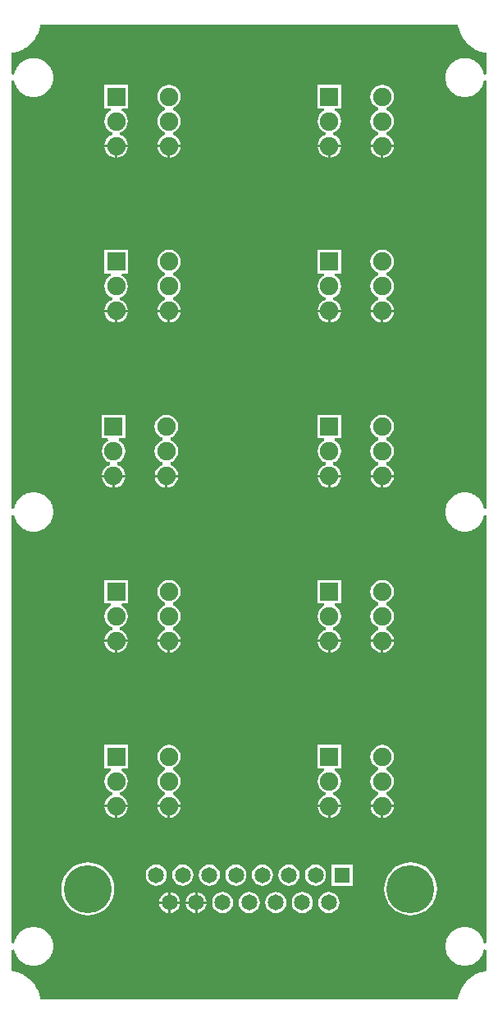
<source format=gtl>
G04*
G04 #@! TF.GenerationSoftware,Altium Limited,Altium Designer,25.6.2 (33)*
G04*
G04 Layer_Physical_Order=1*
G04 Layer_Color=255*
%FSLAX44Y44*%
%MOMM*%
G71*
G04*
G04 #@! TF.SameCoordinates,2946A9A4-FF45-4ECA-B3A8-7F3B2984B9D4*
G04*
G04*
G04 #@! TF.FilePolarity,Positive*
G04*
G01*
G75*
%ADD15C,1.9000*%
%ADD16R,1.9000X1.9000*%
%ADD17R,1.6500X1.6500*%
%ADD18C,1.6500*%
%ADD19C,4.9500*%
G36*
X465522Y1008482D02*
X465630Y1008163D01*
X465652Y1007828D01*
X466668Y1004037D01*
X466817Y1003736D01*
X466882Y1003406D01*
X468384Y999781D01*
X468571Y999501D01*
X468679Y999182D01*
X470641Y995784D01*
X470863Y995531D01*
X471012Y995229D01*
X473400Y992116D01*
X473653Y991895D01*
X473840Y991615D01*
X476615Y988840D01*
X476894Y988653D01*
X477116Y988400D01*
X480229Y986012D01*
X480531Y985863D01*
X480784Y985641D01*
X484182Y983679D01*
X484501Y983571D01*
X484781Y983384D01*
X488406Y981882D01*
X488736Y981817D01*
X489037Y981668D01*
X492828Y980652D01*
X493163Y980630D01*
X493482Y980522D01*
X494902Y980335D01*
Y958415D01*
X492362Y958165D01*
X491924Y960370D01*
X491731Y960834D01*
X491633Y961326D01*
X490503Y964056D01*
X490224Y964474D01*
X490032Y964937D01*
X488390Y967394D01*
X488035Y967749D01*
X487756Y968167D01*
X485667Y970256D01*
X485249Y970535D01*
X484894Y970890D01*
X482437Y972532D01*
X481974Y972724D01*
X481556Y973003D01*
X478826Y974134D01*
X478334Y974231D01*
X477870Y974424D01*
X474972Y975000D01*
X474470D01*
X473977Y975098D01*
X471023D01*
X470530Y975000D01*
X470028D01*
X467130Y974424D01*
X466666Y974231D01*
X466174Y974134D01*
X463444Y973003D01*
X463027Y972724D01*
X462563Y972532D01*
X460106Y970890D01*
X459751Y970535D01*
X459333Y970256D01*
X457244Y968167D01*
X456965Y967749D01*
X456610Y967394D01*
X454968Y964937D01*
X454776Y964474D01*
X454497Y964056D01*
X453367Y961326D01*
X453269Y960834D01*
X453077Y960370D01*
X452500Y957472D01*
Y956970D01*
X452402Y956477D01*
Y953523D01*
X452500Y953030D01*
Y952528D01*
X453077Y949630D01*
X453269Y949166D01*
X453367Y948674D01*
X454497Y945944D01*
X454776Y945527D01*
X454968Y945063D01*
X456610Y942606D01*
X456965Y942251D01*
X457244Y941833D01*
X459333Y939744D01*
X459751Y939465D01*
X460106Y939110D01*
X462563Y937468D01*
X463027Y937276D01*
X463444Y936997D01*
X466174Y935867D01*
X466666Y935769D01*
X467130Y935576D01*
X470028Y935000D01*
X470530D01*
X471023Y934902D01*
X473977D01*
X474470Y935000D01*
X474972D01*
X477870Y935576D01*
X478334Y935769D01*
X478826Y935867D01*
X481556Y936997D01*
X481974Y937276D01*
X482437Y937468D01*
X484894Y939110D01*
X485249Y939465D01*
X485667Y939744D01*
X487756Y941833D01*
X488035Y942251D01*
X488390Y942606D01*
X490032Y945063D01*
X490224Y945527D01*
X490503Y945944D01*
X491633Y948674D01*
X491731Y949166D01*
X491924Y949630D01*
X492362Y951835D01*
X494902Y951585D01*
X494902Y510915D01*
X492362Y510665D01*
X491924Y512870D01*
X491731Y513334D01*
X491633Y513826D01*
X490503Y516556D01*
X490224Y516973D01*
X490032Y517437D01*
X488390Y519894D01*
X488035Y520249D01*
X487756Y520667D01*
X485667Y522756D01*
X485249Y523035D01*
X484894Y523390D01*
X482437Y525032D01*
X481974Y525224D01*
X481556Y525503D01*
X478826Y526633D01*
X478334Y526731D01*
X477870Y526923D01*
X474972Y527500D01*
X474470D01*
X473977Y527598D01*
X471023D01*
X470530Y527500D01*
X470028D01*
X467130Y526923D01*
X466666Y526731D01*
X466174Y526633D01*
X463444Y525503D01*
X463027Y525224D01*
X462563Y525032D01*
X460106Y523390D01*
X459751Y523035D01*
X459333Y522756D01*
X457244Y520667D01*
X456965Y520249D01*
X456610Y519894D01*
X454968Y517437D01*
X454776Y516973D01*
X454497Y516556D01*
X453367Y513826D01*
X453269Y513334D01*
X453077Y512870D01*
X452500Y509972D01*
Y509470D01*
X452402Y508977D01*
Y506023D01*
X452500Y505530D01*
Y505028D01*
X453077Y502130D01*
X453269Y501666D01*
X453367Y501174D01*
X454497Y498444D01*
X454776Y498026D01*
X454968Y497563D01*
X456610Y495106D01*
X456965Y494751D01*
X457244Y494333D01*
X459333Y492244D01*
X459751Y491965D01*
X460106Y491610D01*
X462563Y489968D01*
X463027Y489776D01*
X463444Y489497D01*
X466174Y488367D01*
X466666Y488269D01*
X467130Y488076D01*
X470028Y487500D01*
X470530D01*
X471023Y487402D01*
X473977D01*
X474470Y487500D01*
X474972D01*
X477870Y488076D01*
X478334Y488269D01*
X478826Y488367D01*
X481556Y489497D01*
X481974Y489776D01*
X482437Y489968D01*
X484894Y491610D01*
X485249Y491965D01*
X485667Y492244D01*
X487756Y494333D01*
X488035Y494751D01*
X488390Y495106D01*
X490032Y497563D01*
X490224Y498026D01*
X490503Y498444D01*
X491633Y501174D01*
X491731Y501666D01*
X491924Y502130D01*
X492362Y504335D01*
X494902Y504085D01*
X494902Y63415D01*
X492362Y63165D01*
X491924Y65370D01*
X491731Y65834D01*
X491633Y66326D01*
X490503Y69056D01*
X490224Y69474D01*
X490032Y69937D01*
X488390Y72394D01*
X488035Y72749D01*
X487756Y73167D01*
X485667Y75256D01*
X485249Y75535D01*
X484894Y75890D01*
X482437Y77532D01*
X481974Y77724D01*
X481556Y78003D01*
X478826Y79133D01*
X478334Y79231D01*
X477870Y79423D01*
X474972Y80000D01*
X474470D01*
X473977Y80098D01*
X471023D01*
X470530Y80000D01*
X470028D01*
X467130Y79423D01*
X466666Y79231D01*
X466174Y79133D01*
X463444Y78003D01*
X463027Y77724D01*
X462563Y77532D01*
X460106Y75890D01*
X459751Y75535D01*
X459333Y75256D01*
X457244Y73167D01*
X456965Y72749D01*
X456610Y72394D01*
X454968Y69937D01*
X454776Y69474D01*
X454497Y69056D01*
X453367Y66326D01*
X453269Y65834D01*
X453077Y65370D01*
X452500Y62472D01*
Y61970D01*
X452402Y61477D01*
Y58523D01*
X452500Y58030D01*
Y57528D01*
X453077Y54630D01*
X453269Y54166D01*
X453367Y53674D01*
X454497Y50944D01*
X454776Y50526D01*
X454968Y50063D01*
X456610Y47606D01*
X456965Y47251D01*
X457244Y46833D01*
X459333Y44744D01*
X459751Y44465D01*
X460106Y44110D01*
X462563Y42468D01*
X463027Y42276D01*
X463444Y41997D01*
X466174Y40866D01*
X466666Y40769D01*
X467130Y40576D01*
X470028Y40000D01*
X470530D01*
X471023Y39902D01*
X473977D01*
X474470Y40000D01*
X474972D01*
X477870Y40576D01*
X478334Y40769D01*
X478826Y40866D01*
X481556Y41997D01*
X481974Y42276D01*
X482437Y42468D01*
X484894Y44110D01*
X485249Y44465D01*
X485667Y44744D01*
X487756Y46833D01*
X488035Y47251D01*
X488390Y47606D01*
X490032Y50063D01*
X490224Y50526D01*
X490503Y50944D01*
X491633Y53674D01*
X491731Y54166D01*
X491924Y54630D01*
X492362Y56835D01*
X494902Y56585D01*
Y34665D01*
X493482Y34478D01*
X493163Y34370D01*
X492828Y34348D01*
X489038Y33332D01*
X488736Y33183D01*
X488406Y33118D01*
X484781Y31616D01*
X484501Y31429D01*
X484182Y31321D01*
X480784Y29359D01*
X480531Y29137D01*
X480229Y28988D01*
X477116Y26600D01*
X476895Y26347D01*
X476615Y26160D01*
X473840Y23385D01*
X473653Y23105D01*
X473400Y22884D01*
X471012Y19770D01*
X470863Y19469D01*
X470641Y19216D01*
X468679Y15818D01*
X468571Y15499D01*
X468384Y15220D01*
X466882Y11594D01*
X466817Y11264D01*
X466668Y10963D01*
X465652Y7172D01*
X465630Y6837D01*
X465522Y6518D01*
X465335Y5098D01*
X34665D01*
X34478Y6518D01*
X34370Y6837D01*
X34348Y7172D01*
X33332Y10963D01*
X33183Y11264D01*
X33118Y11594D01*
X31616Y15220D01*
X31429Y15499D01*
X31321Y15818D01*
X29359Y19216D01*
X29137Y19469D01*
X28988Y19770D01*
X26600Y22884D01*
X26347Y23105D01*
X26160Y23385D01*
X23385Y26160D01*
X23105Y26347D01*
X22884Y26600D01*
X19770Y28988D01*
X19469Y29137D01*
X19216Y29359D01*
X15818Y31321D01*
X15499Y31429D01*
X15220Y31616D01*
X11594Y33118D01*
X11264Y33183D01*
X10963Y33332D01*
X7172Y34348D01*
X6837Y34370D01*
X6518Y34478D01*
X5098Y34665D01*
Y56585D01*
X7638Y56835D01*
X8076Y54630D01*
X8269Y54166D01*
X8367Y53674D01*
X9497Y50944D01*
X9776Y50526D01*
X9968Y50063D01*
X11610Y47606D01*
X11965Y47251D01*
X12244Y46833D01*
X14333Y44744D01*
X14751Y44465D01*
X15106Y44110D01*
X17563Y42468D01*
X18026Y42276D01*
X18444Y41997D01*
X21174Y40866D01*
X21666Y40769D01*
X22130Y40576D01*
X25028Y40000D01*
X25530D01*
X26023Y39902D01*
X28977D01*
X29470Y40000D01*
X29972D01*
X32870Y40576D01*
X33334Y40769D01*
X33826Y40866D01*
X36556Y41997D01*
X36974Y42276D01*
X37437Y42468D01*
X39894Y44110D01*
X40249Y44465D01*
X40667Y44744D01*
X42756Y46833D01*
X43035Y47251D01*
X43390Y47606D01*
X45032Y50063D01*
X45224Y50526D01*
X45503Y50944D01*
X46633Y53674D01*
X46731Y54166D01*
X46923Y54630D01*
X47500Y57528D01*
Y58030D01*
X47598Y58523D01*
Y61477D01*
X47500Y61970D01*
Y62472D01*
X46923Y65370D01*
X46731Y65834D01*
X46633Y66326D01*
X45503Y69056D01*
X45224Y69474D01*
X45032Y69937D01*
X43390Y72394D01*
X43035Y72749D01*
X42756Y73167D01*
X40667Y75256D01*
X40249Y75535D01*
X39894Y75890D01*
X37437Y77532D01*
X36974Y77724D01*
X36556Y78003D01*
X33826Y79133D01*
X33334Y79231D01*
X32870Y79423D01*
X29972Y80000D01*
X29470D01*
X28977Y80098D01*
X26023D01*
X25530Y80000D01*
X25028D01*
X22130Y79423D01*
X21666Y79231D01*
X21174Y79133D01*
X18444Y78003D01*
X18026Y77724D01*
X17563Y77532D01*
X15106Y75890D01*
X14751Y75535D01*
X14333Y75256D01*
X12244Y73167D01*
X11965Y72749D01*
X11610Y72394D01*
X9968Y69937D01*
X9776Y69474D01*
X9497Y69056D01*
X8367Y66326D01*
X8269Y65834D01*
X8076Y65370D01*
X7638Y63165D01*
X5098Y63415D01*
Y504085D01*
X7638Y504335D01*
X8076Y502130D01*
X8269Y501666D01*
X8367Y501174D01*
X9497Y498444D01*
X9776Y498026D01*
X9968Y497563D01*
X11610Y495106D01*
X11965Y494751D01*
X12244Y494333D01*
X14333Y492244D01*
X14751Y491965D01*
X15106Y491610D01*
X17563Y489968D01*
X18026Y489776D01*
X18444Y489497D01*
X21174Y488367D01*
X21666Y488269D01*
X22130Y488076D01*
X25028Y487500D01*
X25530D01*
X26023Y487402D01*
X28977D01*
X29470Y487500D01*
X29972D01*
X32870Y488076D01*
X33334Y488269D01*
X33826Y488367D01*
X36556Y489497D01*
X36974Y489776D01*
X37437Y489968D01*
X39894Y491610D01*
X40249Y491965D01*
X40667Y492244D01*
X42756Y494333D01*
X43035Y494751D01*
X43390Y495106D01*
X45032Y497563D01*
X45224Y498026D01*
X45503Y498444D01*
X46633Y501174D01*
X46731Y501666D01*
X46923Y502130D01*
X47500Y505028D01*
Y505530D01*
X47598Y506023D01*
Y508977D01*
X47500Y509470D01*
Y509972D01*
X46923Y512870D01*
X46731Y513334D01*
X46633Y513826D01*
X45503Y516556D01*
X45224Y516973D01*
X45032Y517437D01*
X43390Y519894D01*
X43035Y520249D01*
X42756Y520667D01*
X40667Y522756D01*
X40249Y523035D01*
X39894Y523390D01*
X37437Y525032D01*
X36974Y525224D01*
X36556Y525503D01*
X33826Y526633D01*
X33334Y526731D01*
X32870Y526923D01*
X29972Y527500D01*
X29470D01*
X28977Y527598D01*
X26023D01*
X25530Y527500D01*
X25028D01*
X22130Y526923D01*
X21666Y526731D01*
X21174Y526633D01*
X18444Y525503D01*
X18026Y525224D01*
X17563Y525032D01*
X15106Y523390D01*
X14751Y523035D01*
X14333Y522756D01*
X12244Y520667D01*
X11965Y520249D01*
X11610Y519894D01*
X9968Y517437D01*
X9776Y516973D01*
X9497Y516556D01*
X8367Y513826D01*
X8269Y513334D01*
X8076Y512870D01*
X7638Y510665D01*
X5098Y510915D01*
Y951585D01*
X7638Y951835D01*
X8076Y949630D01*
X8269Y949166D01*
X8367Y948674D01*
X9497Y945944D01*
X9776Y945527D01*
X9968Y945063D01*
X11610Y942606D01*
X11965Y942251D01*
X12244Y941833D01*
X14333Y939744D01*
X14751Y939465D01*
X15106Y939110D01*
X17563Y937468D01*
X18026Y937276D01*
X18444Y936997D01*
X21174Y935867D01*
X21666Y935769D01*
X22130Y935576D01*
X25028Y935000D01*
X25530D01*
X26023Y934902D01*
X28977D01*
X29470Y935000D01*
X29972D01*
X32870Y935576D01*
X33334Y935769D01*
X33826Y935867D01*
X36556Y936997D01*
X36974Y937276D01*
X37437Y937468D01*
X39894Y939110D01*
X40249Y939465D01*
X40667Y939744D01*
X42756Y941833D01*
X43035Y942251D01*
X43390Y942606D01*
X45032Y945063D01*
X45224Y945527D01*
X45503Y945944D01*
X46633Y948674D01*
X46731Y949166D01*
X46923Y949630D01*
X47500Y952528D01*
Y953030D01*
X47598Y953523D01*
Y956477D01*
X47500Y956970D01*
Y957472D01*
X46923Y960370D01*
X46731Y960834D01*
X46633Y961326D01*
X45503Y964056D01*
X45224Y964474D01*
X45032Y964937D01*
X43390Y967394D01*
X43035Y967749D01*
X42756Y968167D01*
X40667Y970256D01*
X40249Y970535D01*
X39894Y970890D01*
X37437Y972532D01*
X36974Y972724D01*
X36556Y973003D01*
X33826Y974134D01*
X33334Y974231D01*
X32870Y974424D01*
X29972Y975000D01*
X29470D01*
X28977Y975098D01*
X26023D01*
X25530Y975000D01*
X25028D01*
X22130Y974424D01*
X21666Y974231D01*
X21174Y974134D01*
X18444Y973003D01*
X18026Y972724D01*
X17563Y972532D01*
X15106Y970890D01*
X14751Y970535D01*
X14333Y970256D01*
X12244Y968167D01*
X11965Y967749D01*
X11610Y967394D01*
X9968Y964937D01*
X9776Y964474D01*
X9497Y964056D01*
X8367Y961326D01*
X8269Y960834D01*
X8076Y960370D01*
X7638Y958165D01*
X5098Y958415D01*
Y980335D01*
X6518Y980522D01*
X6837Y980630D01*
X7172Y980652D01*
X10963Y981668D01*
X11264Y981817D01*
X11594Y981882D01*
X15219Y983384D01*
X15499Y983571D01*
X15818Y983679D01*
X19216Y985641D01*
X19469Y985863D01*
X19770Y986012D01*
X22884Y988400D01*
X23105Y988653D01*
X23385Y988840D01*
X26160Y991615D01*
X26347Y991895D01*
X26600Y992116D01*
X28988Y995229D01*
X29137Y995531D01*
X29359Y995784D01*
X31321Y999182D01*
X31429Y999501D01*
X31616Y999781D01*
X33118Y1003406D01*
X33183Y1003736D01*
X33332Y1004037D01*
X34348Y1007828D01*
X34370Y1008163D01*
X34478Y1008482D01*
X34665Y1009902D01*
X465335D01*
X465522Y1008482D01*
D02*
G37*
%LPC*%
G36*
X387250Y947544D02*
X384107Y947130D01*
X381178Y945917D01*
X378663Y943987D01*
X376733Y941472D01*
X375520Y938543D01*
X375106Y935400D01*
X375520Y932257D01*
X376733Y929328D01*
X378663Y926813D01*
X381178Y924883D01*
X383130Y924075D01*
Y921325D01*
X381178Y920517D01*
X378663Y918587D01*
X376733Y916072D01*
X375520Y913143D01*
X375106Y910000D01*
X375520Y906857D01*
X376733Y903928D01*
X378663Y901413D01*
X381178Y899483D01*
X383130Y898675D01*
Y895925D01*
X381178Y895117D01*
X378663Y893187D01*
X376733Y890672D01*
X375520Y887743D01*
X375273Y885870D01*
X399227D01*
X398980Y887743D01*
X397767Y890672D01*
X395837Y893187D01*
X393322Y895117D01*
X391370Y895925D01*
Y898675D01*
X393322Y899483D01*
X395837Y901413D01*
X397767Y903928D01*
X398980Y906857D01*
X399394Y910000D01*
X398980Y913143D01*
X397767Y916072D01*
X395837Y918587D01*
X393322Y920517D01*
X391370Y921325D01*
Y924075D01*
X393322Y924883D01*
X395837Y926813D01*
X397767Y929328D01*
X398980Y932257D01*
X399394Y935400D01*
X398980Y938543D01*
X397767Y941472D01*
X395837Y943987D01*
X393322Y945917D01*
X390393Y947130D01*
X387250Y947544D01*
D02*
G37*
G36*
X344790Y947440D02*
X320710D01*
Y923360D01*
X326905D01*
X327410Y920820D01*
X326678Y920517D01*
X324163Y918587D01*
X322233Y916072D01*
X321020Y913143D01*
X320606Y910000D01*
X321020Y906857D01*
X322233Y903928D01*
X324163Y901413D01*
X326678Y899483D01*
X328630Y898675D01*
Y895925D01*
X326678Y895117D01*
X324163Y893187D01*
X322233Y890672D01*
X321020Y887743D01*
X320773Y885870D01*
X344727D01*
X344480Y887743D01*
X343267Y890672D01*
X341337Y893187D01*
X338822Y895117D01*
X336870Y895925D01*
Y898675D01*
X338822Y899483D01*
X341337Y901413D01*
X343267Y903928D01*
X344480Y906857D01*
X344894Y910000D01*
X344480Y913143D01*
X343267Y916072D01*
X341337Y918587D01*
X338822Y920517D01*
X338090Y920820D01*
X338595Y923360D01*
X344790D01*
Y947440D01*
D02*
G37*
G36*
X167250Y947544D02*
X164107Y947130D01*
X161178Y945917D01*
X158663Y943987D01*
X156733Y941472D01*
X155520Y938543D01*
X155106Y935400D01*
X155520Y932257D01*
X156733Y929328D01*
X158663Y926813D01*
X161178Y924883D01*
X163130Y924075D01*
Y921325D01*
X161178Y920517D01*
X158663Y918587D01*
X156733Y916072D01*
X155520Y913143D01*
X155106Y910000D01*
X155520Y906857D01*
X156733Y903928D01*
X158663Y901413D01*
X161178Y899483D01*
X163130Y898675D01*
Y895925D01*
X161178Y895117D01*
X158663Y893187D01*
X156733Y890672D01*
X155520Y887743D01*
X155273Y885870D01*
X179227D01*
X178980Y887743D01*
X177767Y890672D01*
X175837Y893187D01*
X173322Y895117D01*
X171370Y895925D01*
Y898675D01*
X173322Y899483D01*
X175837Y901413D01*
X177767Y903928D01*
X178980Y906857D01*
X179394Y910000D01*
X178980Y913143D01*
X177767Y916072D01*
X175837Y918587D01*
X173322Y920517D01*
X171370Y921325D01*
Y924075D01*
X173322Y924883D01*
X175837Y926813D01*
X177767Y929328D01*
X178980Y932257D01*
X179394Y935400D01*
X178980Y938543D01*
X177767Y941472D01*
X175837Y943987D01*
X173322Y945917D01*
X170393Y947130D01*
X167250Y947544D01*
D02*
G37*
G36*
X124790Y947440D02*
X100710D01*
Y923360D01*
X106905D01*
X107410Y920820D01*
X106678Y920517D01*
X104163Y918587D01*
X102233Y916072D01*
X101020Y913143D01*
X100606Y910000D01*
X101020Y906857D01*
X102233Y903928D01*
X104163Y901413D01*
X106678Y899483D01*
X108630Y898675D01*
Y895925D01*
X106678Y895117D01*
X104163Y893187D01*
X102233Y890672D01*
X101020Y887743D01*
X100773Y885870D01*
X124727D01*
X124480Y887743D01*
X123267Y890672D01*
X121337Y893187D01*
X118822Y895117D01*
X116870Y895925D01*
Y898675D01*
X118822Y899483D01*
X121337Y901413D01*
X123267Y903928D01*
X124480Y906857D01*
X124894Y910000D01*
X124480Y913143D01*
X123267Y916072D01*
X121337Y918587D01*
X118822Y920517D01*
X118090Y920820D01*
X118595Y923360D01*
X124790D01*
Y947440D01*
D02*
G37*
G36*
X399227Y883330D02*
X388520D01*
Y872623D01*
X390393Y872870D01*
X393322Y874083D01*
X395837Y876013D01*
X397767Y878528D01*
X398980Y881457D01*
X399227Y883330D01*
D02*
G37*
G36*
X385980D02*
X375273D01*
X375520Y881457D01*
X376733Y878528D01*
X378663Y876013D01*
X381178Y874083D01*
X384107Y872870D01*
X385980Y872623D01*
Y883330D01*
D02*
G37*
G36*
X344727D02*
X334020D01*
Y872623D01*
X335893Y872870D01*
X338822Y874083D01*
X341337Y876013D01*
X343267Y878528D01*
X344480Y881457D01*
X344727Y883330D01*
D02*
G37*
G36*
X331480D02*
X320773D01*
X321020Y881457D01*
X322233Y878528D01*
X324163Y876013D01*
X326678Y874083D01*
X329607Y872870D01*
X331480Y872623D01*
Y883330D01*
D02*
G37*
G36*
X179227D02*
X168520D01*
Y872623D01*
X170393Y872870D01*
X173322Y874083D01*
X175837Y876013D01*
X177767Y878528D01*
X178980Y881457D01*
X179227Y883330D01*
D02*
G37*
G36*
X165980D02*
X155273D01*
X155520Y881457D01*
X156733Y878528D01*
X158663Y876013D01*
X161178Y874083D01*
X164107Y872870D01*
X165980Y872623D01*
Y883330D01*
D02*
G37*
G36*
X124727D02*
X114020D01*
Y872623D01*
X115893Y872870D01*
X118822Y874083D01*
X121337Y876013D01*
X123267Y878528D01*
X124480Y881457D01*
X124727Y883330D01*
D02*
G37*
G36*
X111480D02*
X100773D01*
X101020Y881457D01*
X102233Y878528D01*
X104163Y876013D01*
X106678Y874083D01*
X109607Y872870D01*
X111480Y872623D01*
Y883330D01*
D02*
G37*
G36*
X387250Y777544D02*
X384107Y777130D01*
X381178Y775917D01*
X378663Y773987D01*
X376733Y771472D01*
X375520Y768543D01*
X375106Y765400D01*
X375520Y762257D01*
X376733Y759328D01*
X378663Y756813D01*
X381178Y754883D01*
X383130Y754075D01*
Y751325D01*
X381178Y750517D01*
X378663Y748587D01*
X376733Y746072D01*
X375520Y743143D01*
X375106Y740000D01*
X375520Y736857D01*
X376733Y733928D01*
X378663Y731413D01*
X381178Y729483D01*
X383130Y728675D01*
Y725925D01*
X381178Y725117D01*
X378663Y723187D01*
X376733Y720672D01*
X375520Y717743D01*
X375273Y715870D01*
X399227D01*
X398980Y717743D01*
X397767Y720672D01*
X395837Y723187D01*
X393322Y725117D01*
X391370Y725925D01*
Y728675D01*
X393322Y729483D01*
X395837Y731413D01*
X397767Y733928D01*
X398980Y736857D01*
X399394Y740000D01*
X398980Y743143D01*
X397767Y746072D01*
X395837Y748587D01*
X393322Y750517D01*
X391370Y751325D01*
Y754075D01*
X393322Y754883D01*
X395837Y756813D01*
X397767Y759328D01*
X398980Y762257D01*
X399394Y765400D01*
X398980Y768543D01*
X397767Y771472D01*
X395837Y773987D01*
X393322Y775917D01*
X390393Y777130D01*
X387250Y777544D01*
D02*
G37*
G36*
X344790Y777440D02*
X320710D01*
Y753360D01*
X326905D01*
X327410Y750820D01*
X326678Y750517D01*
X324163Y748587D01*
X322233Y746072D01*
X321020Y743143D01*
X320606Y740000D01*
X321020Y736857D01*
X322233Y733928D01*
X324163Y731413D01*
X326678Y729483D01*
X328630Y728675D01*
Y725925D01*
X326678Y725117D01*
X324163Y723187D01*
X322233Y720672D01*
X321020Y717743D01*
X320773Y715870D01*
X344727D01*
X344480Y717743D01*
X343267Y720672D01*
X341337Y723187D01*
X338822Y725117D01*
X336870Y725925D01*
Y728675D01*
X338822Y729483D01*
X341337Y731413D01*
X343267Y733928D01*
X344480Y736857D01*
X344894Y740000D01*
X344480Y743143D01*
X343267Y746072D01*
X341337Y748587D01*
X338822Y750517D01*
X338090Y750820D01*
X338595Y753360D01*
X344790D01*
Y777440D01*
D02*
G37*
G36*
X167250Y777544D02*
X164107Y777130D01*
X161178Y775917D01*
X158663Y773987D01*
X156733Y771472D01*
X155520Y768543D01*
X155106Y765400D01*
X155520Y762257D01*
X156733Y759328D01*
X158663Y756813D01*
X161178Y754883D01*
X163130Y754075D01*
Y751325D01*
X161178Y750517D01*
X158663Y748587D01*
X156733Y746072D01*
X155520Y743143D01*
X155106Y740000D01*
X155520Y736857D01*
X156733Y733928D01*
X158663Y731413D01*
X161178Y729483D01*
X163130Y728675D01*
Y725925D01*
X161178Y725117D01*
X158663Y723187D01*
X156733Y720672D01*
X155520Y717743D01*
X155273Y715870D01*
X179227D01*
X178980Y717743D01*
X177767Y720672D01*
X175837Y723187D01*
X173322Y725117D01*
X171370Y725925D01*
Y728675D01*
X173322Y729483D01*
X175837Y731413D01*
X177767Y733928D01*
X178980Y736857D01*
X179394Y740000D01*
X178980Y743143D01*
X177767Y746072D01*
X175837Y748587D01*
X173322Y750517D01*
X171370Y751325D01*
Y754075D01*
X173322Y754883D01*
X175837Y756813D01*
X177767Y759328D01*
X178980Y762257D01*
X179394Y765400D01*
X178980Y768543D01*
X177767Y771472D01*
X175837Y773987D01*
X173322Y775917D01*
X170393Y777130D01*
X167250Y777544D01*
D02*
G37*
G36*
X124790Y777440D02*
X100710D01*
Y753360D01*
X106905D01*
X107410Y750820D01*
X106678Y750517D01*
X104163Y748587D01*
X102233Y746072D01*
X101020Y743143D01*
X100606Y740000D01*
X101020Y736857D01*
X102233Y733928D01*
X104163Y731413D01*
X106678Y729483D01*
X108630Y728675D01*
Y725925D01*
X106678Y725117D01*
X104163Y723187D01*
X102233Y720672D01*
X101020Y717743D01*
X100773Y715870D01*
X124727D01*
X124480Y717743D01*
X123267Y720672D01*
X121337Y723187D01*
X118822Y725117D01*
X116870Y725925D01*
Y728675D01*
X118822Y729483D01*
X121337Y731413D01*
X123267Y733928D01*
X124480Y736857D01*
X124894Y740000D01*
X124480Y743143D01*
X123267Y746072D01*
X121337Y748587D01*
X118822Y750517D01*
X118090Y750820D01*
X118595Y753360D01*
X124790D01*
Y777440D01*
D02*
G37*
G36*
X399227Y713330D02*
X388520D01*
Y702623D01*
X390393Y702870D01*
X393322Y704083D01*
X395837Y706013D01*
X397767Y708528D01*
X398980Y711457D01*
X399227Y713330D01*
D02*
G37*
G36*
X385980D02*
X375273D01*
X375520Y711457D01*
X376733Y708528D01*
X378663Y706013D01*
X381178Y704083D01*
X384107Y702870D01*
X385980Y702623D01*
Y713330D01*
D02*
G37*
G36*
X344727D02*
X334020D01*
Y702623D01*
X335893Y702870D01*
X338822Y704083D01*
X341337Y706013D01*
X343267Y708528D01*
X344480Y711457D01*
X344727Y713330D01*
D02*
G37*
G36*
X331480D02*
X320773D01*
X321020Y711457D01*
X322233Y708528D01*
X324163Y706013D01*
X326678Y704083D01*
X329607Y702870D01*
X331480Y702623D01*
Y713330D01*
D02*
G37*
G36*
X179227D02*
X168520D01*
Y702623D01*
X170393Y702870D01*
X173322Y704083D01*
X175837Y706013D01*
X177767Y708528D01*
X178980Y711457D01*
X179227Y713330D01*
D02*
G37*
G36*
X165980D02*
X155273D01*
X155520Y711457D01*
X156733Y708528D01*
X158663Y706013D01*
X161178Y704083D01*
X164107Y702870D01*
X165980Y702623D01*
Y713330D01*
D02*
G37*
G36*
X124727D02*
X114020D01*
Y702623D01*
X115893Y702870D01*
X118822Y704083D01*
X121337Y706013D01*
X123267Y708528D01*
X124480Y711457D01*
X124727Y713330D01*
D02*
G37*
G36*
X111480D02*
X100773D01*
X101020Y711457D01*
X102233Y708528D01*
X104163Y706013D01*
X106678Y704083D01*
X109607Y702870D01*
X111480Y702623D01*
Y713330D01*
D02*
G37*
G36*
X387250Y607544D02*
X384107Y607130D01*
X381178Y605917D01*
X378663Y603987D01*
X376733Y601472D01*
X375520Y598543D01*
X375106Y595400D01*
X375520Y592257D01*
X376733Y589328D01*
X378663Y586813D01*
X381178Y584883D01*
X383130Y584075D01*
Y581325D01*
X381178Y580517D01*
X378663Y578587D01*
X376733Y576072D01*
X375520Y573143D01*
X375106Y570000D01*
X375520Y566857D01*
X376733Y563928D01*
X378663Y561413D01*
X381178Y559483D01*
X383130Y558675D01*
Y555925D01*
X381178Y555117D01*
X378663Y553187D01*
X376733Y550672D01*
X375520Y547743D01*
X375273Y545870D01*
X399227D01*
X398980Y547743D01*
X397767Y550672D01*
X395837Y553187D01*
X393322Y555117D01*
X391370Y555925D01*
Y558675D01*
X393322Y559483D01*
X395837Y561413D01*
X397767Y563928D01*
X398980Y566857D01*
X399394Y570000D01*
X398980Y573143D01*
X397767Y576072D01*
X395837Y578587D01*
X393322Y580517D01*
X391370Y581325D01*
Y584075D01*
X393322Y584883D01*
X395837Y586813D01*
X397767Y589328D01*
X398980Y592257D01*
X399394Y595400D01*
X398980Y598543D01*
X397767Y601472D01*
X395837Y603987D01*
X393322Y605917D01*
X390393Y607130D01*
X387250Y607544D01*
D02*
G37*
G36*
X344790Y607440D02*
X320710D01*
Y583360D01*
X326905D01*
X327410Y580820D01*
X326678Y580517D01*
X324163Y578587D01*
X322233Y576072D01*
X321020Y573143D01*
X320606Y570000D01*
X321020Y566857D01*
X322233Y563928D01*
X324163Y561413D01*
X326678Y559483D01*
X328630Y558675D01*
Y555925D01*
X326678Y555117D01*
X324163Y553187D01*
X322233Y550672D01*
X321020Y547743D01*
X320773Y545870D01*
X344727D01*
X344480Y547743D01*
X343267Y550672D01*
X341337Y553187D01*
X338822Y555117D01*
X336870Y555925D01*
Y558675D01*
X338822Y559483D01*
X341337Y561413D01*
X343267Y563928D01*
X344480Y566857D01*
X344894Y570000D01*
X344480Y573143D01*
X343267Y576072D01*
X341337Y578587D01*
X338822Y580517D01*
X338090Y580820D01*
X338595Y583360D01*
X344790D01*
Y607440D01*
D02*
G37*
G36*
X164500Y607544D02*
X161357Y607130D01*
X158428Y605917D01*
X155913Y603987D01*
X153983Y601472D01*
X152770Y598543D01*
X152356Y595400D01*
X152770Y592257D01*
X153983Y589328D01*
X155913Y586813D01*
X158428Y584883D01*
X160380Y584075D01*
Y581325D01*
X158428Y580517D01*
X155913Y578587D01*
X153983Y576072D01*
X152770Y573143D01*
X152356Y570000D01*
X152770Y566857D01*
X153983Y563928D01*
X155913Y561413D01*
X158428Y559483D01*
X160380Y558675D01*
Y555925D01*
X158428Y555117D01*
X155913Y553187D01*
X153983Y550672D01*
X152770Y547743D01*
X152523Y545870D01*
X176477D01*
X176230Y547743D01*
X175017Y550672D01*
X173087Y553187D01*
X170572Y555117D01*
X168620Y555925D01*
Y558675D01*
X170572Y559483D01*
X173087Y561413D01*
X175017Y563928D01*
X176230Y566857D01*
X176644Y570000D01*
X176230Y573143D01*
X175017Y576072D01*
X173087Y578587D01*
X170572Y580517D01*
X168620Y581325D01*
Y584075D01*
X170572Y584883D01*
X173087Y586813D01*
X175017Y589328D01*
X176230Y592257D01*
X176644Y595400D01*
X176230Y598543D01*
X175017Y601472D01*
X173087Y603987D01*
X170572Y605917D01*
X167643Y607130D01*
X164500Y607544D01*
D02*
G37*
G36*
X122040Y607440D02*
X97960D01*
Y583360D01*
X104155D01*
X104660Y580820D01*
X103928Y580517D01*
X101413Y578587D01*
X99483Y576072D01*
X98270Y573143D01*
X97856Y570000D01*
X98270Y566857D01*
X99483Y563928D01*
X101413Y561413D01*
X103928Y559483D01*
X105880Y558675D01*
Y555925D01*
X103928Y555117D01*
X101413Y553187D01*
X99483Y550672D01*
X98270Y547743D01*
X98023Y545870D01*
X121977D01*
X121730Y547743D01*
X120517Y550672D01*
X118587Y553187D01*
X116072Y555117D01*
X114120Y555925D01*
Y558675D01*
X116072Y559483D01*
X118587Y561413D01*
X120517Y563928D01*
X121730Y566857D01*
X122144Y570000D01*
X121730Y573143D01*
X120517Y576072D01*
X118587Y578587D01*
X116072Y580517D01*
X115340Y580820D01*
X115845Y583360D01*
X122040D01*
Y607440D01*
D02*
G37*
G36*
X399227Y543330D02*
X388520D01*
Y532623D01*
X390393Y532870D01*
X393322Y534083D01*
X395837Y536013D01*
X397767Y538528D01*
X398980Y541457D01*
X399227Y543330D01*
D02*
G37*
G36*
X385980D02*
X375273D01*
X375520Y541457D01*
X376733Y538528D01*
X378663Y536013D01*
X381178Y534083D01*
X384107Y532870D01*
X385980Y532623D01*
Y543330D01*
D02*
G37*
G36*
X344727D02*
X334020D01*
Y532623D01*
X335893Y532870D01*
X338822Y534083D01*
X341337Y536013D01*
X343267Y538528D01*
X344480Y541457D01*
X344727Y543330D01*
D02*
G37*
G36*
X331480D02*
X320773D01*
X321020Y541457D01*
X322233Y538528D01*
X324163Y536013D01*
X326678Y534083D01*
X329607Y532870D01*
X331480Y532623D01*
Y543330D01*
D02*
G37*
G36*
X176477D02*
X165770D01*
Y532623D01*
X167643Y532870D01*
X170572Y534083D01*
X173087Y536013D01*
X175017Y538528D01*
X176230Y541457D01*
X176477Y543330D01*
D02*
G37*
G36*
X163230D02*
X152523D01*
X152770Y541457D01*
X153983Y538528D01*
X155913Y536013D01*
X158428Y534083D01*
X161357Y532870D01*
X163230Y532623D01*
Y543330D01*
D02*
G37*
G36*
X121977D02*
X111270D01*
Y532623D01*
X113143Y532870D01*
X116072Y534083D01*
X118587Y536013D01*
X120517Y538528D01*
X121730Y541457D01*
X121977Y543330D01*
D02*
G37*
G36*
X108730D02*
X98023D01*
X98270Y541457D01*
X99483Y538528D01*
X101413Y536013D01*
X103928Y534083D01*
X106857Y532870D01*
X108730Y532623D01*
Y543330D01*
D02*
G37*
G36*
X387250Y437544D02*
X384107Y437130D01*
X381178Y435917D01*
X378663Y433987D01*
X376733Y431472D01*
X375520Y428543D01*
X375106Y425400D01*
X375520Y422257D01*
X376733Y419328D01*
X378663Y416813D01*
X381178Y414883D01*
X383130Y414075D01*
Y411325D01*
X381178Y410517D01*
X378663Y408587D01*
X376733Y406072D01*
X375520Y403143D01*
X375106Y400000D01*
X375520Y396857D01*
X376733Y393928D01*
X378663Y391413D01*
X381178Y389483D01*
X383130Y388675D01*
Y385925D01*
X381178Y385117D01*
X378663Y383187D01*
X376733Y380672D01*
X375520Y377743D01*
X375273Y375870D01*
X399227D01*
X398980Y377743D01*
X397767Y380672D01*
X395837Y383187D01*
X393322Y385117D01*
X391370Y385925D01*
Y388675D01*
X393322Y389483D01*
X395837Y391413D01*
X397767Y393928D01*
X398980Y396857D01*
X399394Y400000D01*
X398980Y403143D01*
X397767Y406072D01*
X395837Y408587D01*
X393322Y410517D01*
X391370Y411325D01*
Y414075D01*
X393322Y414883D01*
X395837Y416813D01*
X397767Y419328D01*
X398980Y422257D01*
X399394Y425400D01*
X398980Y428543D01*
X397767Y431472D01*
X395837Y433987D01*
X393322Y435917D01*
X390393Y437130D01*
X387250Y437544D01*
D02*
G37*
G36*
X344790Y437440D02*
X320710D01*
Y413360D01*
X326905D01*
X327410Y410820D01*
X326678Y410517D01*
X324163Y408587D01*
X322233Y406072D01*
X321020Y403143D01*
X320606Y400000D01*
X321020Y396857D01*
X322233Y393928D01*
X324163Y391413D01*
X326678Y389483D01*
X328630Y388675D01*
Y385925D01*
X326678Y385117D01*
X324163Y383187D01*
X322233Y380672D01*
X321020Y377743D01*
X320773Y375870D01*
X344727D01*
X344480Y377743D01*
X343267Y380672D01*
X341337Y383187D01*
X338822Y385117D01*
X336870Y385925D01*
Y388675D01*
X338822Y389483D01*
X341337Y391413D01*
X343267Y393928D01*
X344480Y396857D01*
X344894Y400000D01*
X344480Y403143D01*
X343267Y406072D01*
X341337Y408587D01*
X338822Y410517D01*
X338090Y410820D01*
X338595Y413360D01*
X344790D01*
Y437440D01*
D02*
G37*
G36*
X167250Y437544D02*
X164107Y437130D01*
X161178Y435917D01*
X158663Y433987D01*
X156733Y431472D01*
X155520Y428543D01*
X155106Y425400D01*
X155520Y422257D01*
X156733Y419328D01*
X158663Y416813D01*
X161178Y414883D01*
X163130Y414075D01*
Y411325D01*
X161178Y410517D01*
X158663Y408587D01*
X156733Y406072D01*
X155520Y403143D01*
X155106Y400000D01*
X155520Y396857D01*
X156733Y393928D01*
X158663Y391413D01*
X161178Y389483D01*
X163130Y388675D01*
Y385925D01*
X161178Y385117D01*
X158663Y383187D01*
X156733Y380672D01*
X155520Y377743D01*
X155273Y375870D01*
X179227D01*
X178980Y377743D01*
X177767Y380672D01*
X175837Y383187D01*
X173322Y385117D01*
X171370Y385925D01*
Y388675D01*
X173322Y389483D01*
X175837Y391413D01*
X177767Y393928D01*
X178980Y396857D01*
X179394Y400000D01*
X178980Y403143D01*
X177767Y406072D01*
X175837Y408587D01*
X173322Y410517D01*
X171370Y411325D01*
Y414075D01*
X173322Y414883D01*
X175837Y416813D01*
X177767Y419328D01*
X178980Y422257D01*
X179394Y425400D01*
X178980Y428543D01*
X177767Y431472D01*
X175837Y433987D01*
X173322Y435917D01*
X170393Y437130D01*
X167250Y437544D01*
D02*
G37*
G36*
X124790Y437440D02*
X100710D01*
Y413360D01*
X106905D01*
X107410Y410820D01*
X106678Y410517D01*
X104163Y408587D01*
X102233Y406072D01*
X101020Y403143D01*
X100606Y400000D01*
X101020Y396857D01*
X102233Y393928D01*
X104163Y391413D01*
X106678Y389483D01*
X108630Y388675D01*
Y385925D01*
X106678Y385117D01*
X104163Y383187D01*
X102233Y380672D01*
X101020Y377743D01*
X100773Y375870D01*
X124727D01*
X124480Y377743D01*
X123267Y380672D01*
X121337Y383187D01*
X118822Y385117D01*
X116870Y385925D01*
Y388675D01*
X118822Y389483D01*
X121337Y391413D01*
X123267Y393928D01*
X124480Y396857D01*
X124894Y400000D01*
X124480Y403143D01*
X123267Y406072D01*
X121337Y408587D01*
X118822Y410517D01*
X118090Y410820D01*
X118595Y413360D01*
X124790D01*
Y437440D01*
D02*
G37*
G36*
X399227Y373330D02*
X388520D01*
Y362623D01*
X390393Y362870D01*
X393322Y364083D01*
X395837Y366013D01*
X397767Y368528D01*
X398980Y371457D01*
X399227Y373330D01*
D02*
G37*
G36*
X385980D02*
X375273D01*
X375520Y371457D01*
X376733Y368528D01*
X378663Y366013D01*
X381178Y364083D01*
X384107Y362870D01*
X385980Y362623D01*
Y373330D01*
D02*
G37*
G36*
X344727D02*
X334020D01*
Y362623D01*
X335893Y362870D01*
X338822Y364083D01*
X341337Y366013D01*
X343267Y368528D01*
X344480Y371457D01*
X344727Y373330D01*
D02*
G37*
G36*
X331480D02*
X320773D01*
X321020Y371457D01*
X322233Y368528D01*
X324163Y366013D01*
X326678Y364083D01*
X329607Y362870D01*
X331480Y362623D01*
Y373330D01*
D02*
G37*
G36*
X179227D02*
X168520D01*
Y362623D01*
X170393Y362870D01*
X173322Y364083D01*
X175837Y366013D01*
X177767Y368528D01*
X178980Y371457D01*
X179227Y373330D01*
D02*
G37*
G36*
X165980D02*
X155273D01*
X155520Y371457D01*
X156733Y368528D01*
X158663Y366013D01*
X161178Y364083D01*
X164107Y362870D01*
X165980Y362623D01*
Y373330D01*
D02*
G37*
G36*
X124727D02*
X114020D01*
Y362623D01*
X115893Y362870D01*
X118822Y364083D01*
X121337Y366013D01*
X123267Y368528D01*
X124480Y371457D01*
X124727Y373330D01*
D02*
G37*
G36*
X111480D02*
X100773D01*
X101020Y371457D01*
X102233Y368528D01*
X104163Y366013D01*
X106678Y364083D01*
X109607Y362870D01*
X111480Y362623D01*
Y373330D01*
D02*
G37*
G36*
X387250Y267544D02*
X384107Y267130D01*
X381178Y265917D01*
X378663Y263987D01*
X376733Y261472D01*
X375520Y258543D01*
X375106Y255400D01*
X375520Y252257D01*
X376733Y249328D01*
X378663Y246813D01*
X381178Y244883D01*
X383130Y244075D01*
Y241325D01*
X381178Y240517D01*
X378663Y238587D01*
X376733Y236072D01*
X375520Y233143D01*
X375106Y230000D01*
X375520Y226857D01*
X376733Y223928D01*
X378663Y221413D01*
X381178Y219483D01*
X383130Y218675D01*
Y215925D01*
X381178Y215117D01*
X378663Y213187D01*
X376733Y210672D01*
X375520Y207743D01*
X375273Y205870D01*
X399227D01*
X398980Y207743D01*
X397767Y210672D01*
X395837Y213187D01*
X393322Y215117D01*
X391370Y215925D01*
Y218675D01*
X393322Y219483D01*
X395837Y221413D01*
X397767Y223928D01*
X398980Y226857D01*
X399394Y230000D01*
X398980Y233143D01*
X397767Y236072D01*
X395837Y238587D01*
X393322Y240517D01*
X391370Y241325D01*
Y244075D01*
X393322Y244883D01*
X395837Y246813D01*
X397767Y249328D01*
X398980Y252257D01*
X399394Y255400D01*
X398980Y258543D01*
X397767Y261472D01*
X395837Y263987D01*
X393322Y265917D01*
X390393Y267130D01*
X387250Y267544D01*
D02*
G37*
G36*
X344790Y267440D02*
X320710D01*
Y243360D01*
X326905D01*
X327410Y240820D01*
X326678Y240517D01*
X324163Y238587D01*
X322233Y236072D01*
X321020Y233143D01*
X320606Y230000D01*
X321020Y226857D01*
X322233Y223928D01*
X324163Y221413D01*
X326678Y219483D01*
X328630Y218675D01*
Y215925D01*
X326678Y215117D01*
X324163Y213187D01*
X322233Y210672D01*
X321020Y207743D01*
X320773Y205870D01*
X344727D01*
X344480Y207743D01*
X343267Y210672D01*
X341337Y213187D01*
X338822Y215117D01*
X336870Y215925D01*
Y218675D01*
X338822Y219483D01*
X341337Y221413D01*
X343267Y223928D01*
X344480Y226857D01*
X344894Y230000D01*
X344480Y233143D01*
X343267Y236072D01*
X341337Y238587D01*
X338822Y240517D01*
X338090Y240820D01*
X338595Y243360D01*
X344790D01*
Y267440D01*
D02*
G37*
G36*
X167250Y267544D02*
X164107Y267130D01*
X161178Y265917D01*
X158663Y263987D01*
X156733Y261472D01*
X155520Y258543D01*
X155106Y255400D01*
X155520Y252257D01*
X156733Y249328D01*
X158663Y246813D01*
X161178Y244883D01*
X163130Y244075D01*
Y241325D01*
X161178Y240517D01*
X158663Y238587D01*
X156733Y236072D01*
X155520Y233143D01*
X155106Y230000D01*
X155520Y226857D01*
X156733Y223928D01*
X158663Y221413D01*
X161178Y219483D01*
X163130Y218675D01*
Y215925D01*
X161178Y215117D01*
X158663Y213187D01*
X156733Y210672D01*
X155520Y207743D01*
X155273Y205870D01*
X179227D01*
X178980Y207743D01*
X177767Y210672D01*
X175837Y213187D01*
X173322Y215117D01*
X171370Y215925D01*
Y218675D01*
X173322Y219483D01*
X175837Y221413D01*
X177767Y223928D01*
X178980Y226857D01*
X179394Y230000D01*
X178980Y233143D01*
X177767Y236072D01*
X175837Y238587D01*
X173322Y240517D01*
X171370Y241325D01*
Y244075D01*
X173322Y244883D01*
X175837Y246813D01*
X177767Y249328D01*
X178980Y252257D01*
X179394Y255400D01*
X178980Y258543D01*
X177767Y261472D01*
X175837Y263987D01*
X173322Y265917D01*
X170393Y267130D01*
X167250Y267544D01*
D02*
G37*
G36*
X124790Y267440D02*
X100710D01*
Y243360D01*
X106905D01*
X107410Y240820D01*
X106678Y240517D01*
X104163Y238587D01*
X102233Y236072D01*
X101020Y233143D01*
X100606Y230000D01*
X101020Y226857D01*
X102233Y223928D01*
X104163Y221413D01*
X106678Y219483D01*
X108630Y218675D01*
Y215925D01*
X106678Y215117D01*
X104163Y213187D01*
X102233Y210672D01*
X101020Y207743D01*
X100773Y205870D01*
X124727D01*
X124480Y207743D01*
X123267Y210672D01*
X121337Y213187D01*
X118822Y215117D01*
X116870Y215925D01*
Y218675D01*
X118822Y219483D01*
X121337Y221413D01*
X123267Y223928D01*
X124480Y226857D01*
X124894Y230000D01*
X124480Y233143D01*
X123267Y236072D01*
X121337Y238587D01*
X118822Y240517D01*
X118090Y240820D01*
X118595Y243360D01*
X124790D01*
Y267440D01*
D02*
G37*
G36*
X399227Y203330D02*
X388520D01*
Y192623D01*
X390393Y192870D01*
X393322Y194083D01*
X395837Y196013D01*
X397767Y198528D01*
X398980Y201457D01*
X399227Y203330D01*
D02*
G37*
G36*
X385980D02*
X375273D01*
X375520Y201457D01*
X376733Y198528D01*
X378663Y196013D01*
X381178Y194083D01*
X384107Y192870D01*
X385980Y192623D01*
Y203330D01*
D02*
G37*
G36*
X344727D02*
X334020D01*
Y192623D01*
X335893Y192870D01*
X338822Y194083D01*
X341337Y196013D01*
X343267Y198528D01*
X344480Y201457D01*
X344727Y203330D01*
D02*
G37*
G36*
X331480D02*
X320773D01*
X321020Y201457D01*
X322233Y198528D01*
X324163Y196013D01*
X326678Y194083D01*
X329607Y192870D01*
X331480Y192623D01*
Y203330D01*
D02*
G37*
G36*
X179227D02*
X168520D01*
Y192623D01*
X170393Y192870D01*
X173322Y194083D01*
X175837Y196013D01*
X177767Y198528D01*
X178980Y201457D01*
X179227Y203330D01*
D02*
G37*
G36*
X165980D02*
X155273D01*
X155520Y201457D01*
X156733Y198528D01*
X158663Y196013D01*
X161178Y194083D01*
X164107Y192870D01*
X165980Y192623D01*
Y203330D01*
D02*
G37*
G36*
X124727D02*
X114020D01*
Y192623D01*
X115893Y192870D01*
X118822Y194083D01*
X121337Y196013D01*
X123267Y198528D01*
X124480Y201457D01*
X124727Y203330D01*
D02*
G37*
G36*
X111480D02*
X100773D01*
X101020Y201457D01*
X102233Y198528D01*
X104163Y196013D01*
X106678Y194083D01*
X109607Y192870D01*
X111480Y192623D01*
Y203330D01*
D02*
G37*
G36*
X356690Y144190D02*
X335110D01*
Y122610D01*
X356690D01*
Y144190D01*
D02*
G37*
G36*
X318500Y144283D02*
X315683Y143912D01*
X313058Y142825D01*
X310805Y141096D01*
X309075Y138841D01*
X307988Y136217D01*
X307617Y133400D01*
X307988Y130583D01*
X309075Y127958D01*
X310805Y125704D01*
X313058Y123975D01*
X315683Y122888D01*
X318500Y122517D01*
X321317Y122888D01*
X323942Y123975D01*
X326195Y125704D01*
X327925Y127958D01*
X329012Y130583D01*
X329383Y133400D01*
X329012Y136217D01*
X327925Y138841D01*
X326195Y141096D01*
X323942Y142825D01*
X321317Y143912D01*
X318500Y144283D01*
D02*
G37*
G36*
X291100D02*
X288283Y143912D01*
X285658Y142825D01*
X283405Y141096D01*
X281675Y138841D01*
X280588Y136217D01*
X280217Y133400D01*
X280588Y130583D01*
X281675Y127958D01*
X283405Y125704D01*
X285658Y123975D01*
X288283Y122888D01*
X291100Y122517D01*
X293917Y122888D01*
X296542Y123975D01*
X298796Y125704D01*
X300525Y127958D01*
X301612Y130583D01*
X301983Y133400D01*
X301612Y136217D01*
X300525Y138841D01*
X298796Y141096D01*
X296542Y142825D01*
X293917Y143912D01*
X291100Y144283D01*
D02*
G37*
G36*
X263700D02*
X260883Y143912D01*
X258258Y142825D01*
X256005Y141096D01*
X254275Y138841D01*
X253188Y136217D01*
X252817Y133400D01*
X253188Y130583D01*
X254275Y127958D01*
X256005Y125704D01*
X258258Y123975D01*
X260883Y122888D01*
X263700Y122517D01*
X266517Y122888D01*
X269142Y123975D01*
X271395Y125704D01*
X273125Y127958D01*
X274212Y130583D01*
X274583Y133400D01*
X274212Y136217D01*
X273125Y138841D01*
X271395Y141096D01*
X269142Y142825D01*
X266517Y143912D01*
X263700Y144283D01*
D02*
G37*
G36*
X236300D02*
X233483Y143912D01*
X230858Y142825D01*
X228605Y141096D01*
X226875Y138841D01*
X225788Y136217D01*
X225417Y133400D01*
X225788Y130583D01*
X226875Y127958D01*
X228605Y125704D01*
X230858Y123975D01*
X233483Y122888D01*
X236300Y122517D01*
X239117Y122888D01*
X241742Y123975D01*
X243995Y125704D01*
X245725Y127958D01*
X246812Y130583D01*
X247183Y133400D01*
X246812Y136217D01*
X245725Y138841D01*
X243995Y141096D01*
X241742Y142825D01*
X239117Y143912D01*
X236300Y144283D01*
D02*
G37*
G36*
X208900D02*
X206083Y143912D01*
X203458Y142825D01*
X201204Y141096D01*
X199475Y138841D01*
X198388Y136217D01*
X198017Y133400D01*
X198388Y130583D01*
X199475Y127958D01*
X201204Y125704D01*
X203458Y123975D01*
X206083Y122888D01*
X208900Y122517D01*
X211717Y122888D01*
X214342Y123975D01*
X216595Y125704D01*
X218325Y127958D01*
X219412Y130583D01*
X219783Y133400D01*
X219412Y136217D01*
X218325Y138841D01*
X216595Y141096D01*
X214342Y142825D01*
X211717Y143912D01*
X208900Y144283D01*
D02*
G37*
G36*
X181500D02*
X178683Y143912D01*
X176059Y142825D01*
X173804Y141096D01*
X172075Y138841D01*
X170988Y136217D01*
X170617Y133400D01*
X170988Y130583D01*
X172075Y127958D01*
X173804Y125704D01*
X176059Y123975D01*
X178683Y122888D01*
X181500Y122517D01*
X184317Y122888D01*
X186942Y123975D01*
X189195Y125704D01*
X190925Y127958D01*
X192012Y130583D01*
X192383Y133400D01*
X192012Y136217D01*
X190925Y138841D01*
X189195Y141096D01*
X186942Y142825D01*
X184317Y143912D01*
X181500Y144283D01*
D02*
G37*
G36*
X154100D02*
X151283Y143912D01*
X148659Y142825D01*
X146404Y141096D01*
X144675Y138841D01*
X143588Y136217D01*
X143217Y133400D01*
X143588Y130583D01*
X144675Y127958D01*
X146404Y125704D01*
X148659Y123975D01*
X151283Y122888D01*
X154100Y122517D01*
X156917Y122888D01*
X159542Y123975D01*
X161796Y125704D01*
X163525Y127958D01*
X164612Y130583D01*
X164983Y133400D01*
X164612Y136217D01*
X163525Y138841D01*
X161796Y141096D01*
X159542Y142825D01*
X156917Y143912D01*
X154100Y144283D01*
D02*
G37*
G36*
X196470Y115716D02*
Y106270D01*
X205916D01*
X205712Y107817D01*
X204625Y110442D01*
X202896Y112696D01*
X200642Y114425D01*
X198017Y115512D01*
X196470Y115716D01*
D02*
G37*
G36*
X193930D02*
X192383Y115512D01*
X189758Y114425D01*
X187505Y112696D01*
X185775Y110442D01*
X184688Y107817D01*
X184484Y106270D01*
X193930D01*
Y115716D01*
D02*
G37*
G36*
X169070D02*
Y106270D01*
X178516D01*
X178312Y107817D01*
X177225Y110442D01*
X175495Y112696D01*
X173242Y114425D01*
X170617Y115512D01*
X169070Y115716D01*
D02*
G37*
G36*
X166530D02*
X164983Y115512D01*
X162358Y114425D01*
X160105Y112696D01*
X158375Y110442D01*
X157288Y107817D01*
X157084Y106270D01*
X166530D01*
Y115716D01*
D02*
G37*
G36*
X205916Y103730D02*
X196470D01*
Y94284D01*
X198017Y94488D01*
X200642Y95575D01*
X202896Y97304D01*
X204625Y99558D01*
X205712Y102183D01*
X205916Y103730D01*
D02*
G37*
G36*
X193930D02*
X184484D01*
X184688Y102183D01*
X185775Y99558D01*
X187505Y97304D01*
X189758Y95575D01*
X192383Y94488D01*
X193930Y94284D01*
Y103730D01*
D02*
G37*
G36*
X178516D02*
X169070D01*
Y94284D01*
X170617Y94488D01*
X173242Y95575D01*
X175495Y97304D01*
X177225Y99558D01*
X178312Y102183D01*
X178516Y103730D01*
D02*
G37*
G36*
X166530D02*
X157084D01*
X157288Y102183D01*
X158375Y99558D01*
X160105Y97304D01*
X162358Y95575D01*
X164983Y94488D01*
X166530Y94284D01*
Y103730D01*
D02*
G37*
G36*
X332200Y115883D02*
X329383Y115512D01*
X326758Y114425D01*
X324505Y112696D01*
X322775Y110442D01*
X321688Y107817D01*
X321317Y105000D01*
X321688Y102183D01*
X322775Y99558D01*
X324505Y97304D01*
X326758Y95575D01*
X329383Y94488D01*
X332200Y94117D01*
X335017Y94488D01*
X337642Y95575D01*
X339896Y97304D01*
X341625Y99558D01*
X342712Y102183D01*
X343083Y105000D01*
X342712Y107817D01*
X341625Y110442D01*
X339896Y112696D01*
X337642Y114425D01*
X335017Y115512D01*
X332200Y115883D01*
D02*
G37*
G36*
X304800D02*
X301983Y115512D01*
X299359Y114425D01*
X297104Y112696D01*
X295375Y110442D01*
X294288Y107817D01*
X293917Y105000D01*
X294288Y102183D01*
X295375Y99558D01*
X297104Y97304D01*
X299359Y95575D01*
X301983Y94488D01*
X304800Y94117D01*
X307617Y94488D01*
X310242Y95575D01*
X312495Y97304D01*
X314225Y99558D01*
X315312Y102183D01*
X315683Y105000D01*
X315312Y107817D01*
X314225Y110442D01*
X312495Y112696D01*
X310242Y114425D01*
X307617Y115512D01*
X304800Y115883D01*
D02*
G37*
G36*
X277400D02*
X274583Y115512D01*
X271959Y114425D01*
X269704Y112696D01*
X267975Y110442D01*
X266888Y107817D01*
X266517Y105000D01*
X266888Y102183D01*
X267975Y99558D01*
X269704Y97304D01*
X271959Y95575D01*
X274583Y94488D01*
X277400Y94117D01*
X280217Y94488D01*
X282842Y95575D01*
X285096Y97304D01*
X286825Y99558D01*
X287912Y102183D01*
X288283Y105000D01*
X287912Y107817D01*
X286825Y110442D01*
X285096Y112696D01*
X282842Y114425D01*
X280217Y115512D01*
X277400Y115883D01*
D02*
G37*
G36*
X250000D02*
X247183Y115512D01*
X244559Y114425D01*
X242304Y112696D01*
X240575Y110442D01*
X239488Y107817D01*
X239117Y105000D01*
X239488Y102183D01*
X240575Y99558D01*
X242304Y97304D01*
X244559Y95575D01*
X247183Y94488D01*
X250000Y94117D01*
X252817Y94488D01*
X255442Y95575D01*
X257696Y97304D01*
X259425Y99558D01*
X260512Y102183D01*
X260883Y105000D01*
X260512Y107817D01*
X259425Y110442D01*
X257696Y112696D01*
X255442Y114425D01*
X252817Y115512D01*
X250000Y115883D01*
D02*
G37*
G36*
X222600D02*
X219783Y115512D01*
X217159Y114425D01*
X214904Y112696D01*
X213175Y110442D01*
X212088Y107817D01*
X211717Y105000D01*
X212088Y102183D01*
X213175Y99558D01*
X214904Y97304D01*
X217159Y95575D01*
X219783Y94488D01*
X222600Y94117D01*
X225417Y94488D01*
X228042Y95575D01*
X230296Y97304D01*
X232025Y99558D01*
X233112Y102183D01*
X233483Y105000D01*
X233112Y107817D01*
X232025Y110442D01*
X230296Y112696D01*
X228042Y114425D01*
X225417Y115512D01*
X222600Y115883D01*
D02*
G37*
G36*
X416600Y146574D02*
X412318Y146237D01*
X408141Y145235D01*
X404172Y143591D01*
X400510Y141346D01*
X397243Y138557D01*
X394454Y135290D01*
X392209Y131628D01*
X390565Y127659D01*
X389563Y123482D01*
X389226Y119200D01*
X389563Y114918D01*
X390565Y110741D01*
X392209Y106772D01*
X394454Y103110D01*
X397243Y99843D01*
X400510Y97054D01*
X404172Y94809D01*
X408141Y93165D01*
X412318Y92163D01*
X416600Y91826D01*
X420882Y92163D01*
X425059Y93165D01*
X429028Y94809D01*
X432690Y97054D01*
X435957Y99843D01*
X438746Y103110D01*
X440991Y106772D01*
X442635Y110741D01*
X443637Y114918D01*
X443974Y119200D01*
X443637Y123482D01*
X442635Y127659D01*
X440991Y131628D01*
X438746Y135290D01*
X435957Y138557D01*
X432690Y141346D01*
X429028Y143591D01*
X425059Y145235D01*
X420882Y146237D01*
X416600Y146574D01*
D02*
G37*
G36*
X83400D02*
X79118Y146237D01*
X74941Y145235D01*
X70972Y143591D01*
X67310Y141346D01*
X64043Y138557D01*
X61254Y135290D01*
X59009Y131628D01*
X57365Y127659D01*
X56363Y123482D01*
X56026Y119200D01*
X56363Y114918D01*
X57365Y110741D01*
X59009Y106772D01*
X61254Y103110D01*
X64043Y99843D01*
X67310Y97054D01*
X70972Y94809D01*
X74941Y93165D01*
X79118Y92163D01*
X83400Y91826D01*
X87682Y92163D01*
X91859Y93165D01*
X95828Y94809D01*
X99490Y97054D01*
X102757Y99843D01*
X105546Y103110D01*
X107791Y106772D01*
X109435Y110741D01*
X110437Y114918D01*
X110774Y119200D01*
X110437Y123482D01*
X109435Y127659D01*
X107791Y131628D01*
X105546Y135290D01*
X102757Y138557D01*
X99490Y141346D01*
X95828Y143591D01*
X91859Y145235D01*
X87682Y146237D01*
X83400Y146574D01*
D02*
G37*
%LPD*%
D15*
X387250Y374600D02*
D03*
X332750D02*
D03*
X387250Y425400D02*
D03*
Y400000D02*
D03*
X332750D02*
D03*
Y570000D02*
D03*
X387250D02*
D03*
Y595400D02*
D03*
X332750Y544600D02*
D03*
X387250D02*
D03*
X332750Y740000D02*
D03*
X387250D02*
D03*
Y765400D02*
D03*
X332750Y714600D02*
D03*
X387250D02*
D03*
X332750Y910000D02*
D03*
X387250D02*
D03*
Y935400D02*
D03*
X332750Y884600D02*
D03*
X387250D02*
D03*
X112750Y910000D02*
D03*
X167250D02*
D03*
Y935400D02*
D03*
X112750Y884600D02*
D03*
X167250D02*
D03*
X112750Y740000D02*
D03*
X167250D02*
D03*
Y765400D02*
D03*
X112750Y714600D02*
D03*
X167250D02*
D03*
X164500Y544600D02*
D03*
X110000D02*
D03*
X164500Y595400D02*
D03*
Y570000D02*
D03*
X110000D02*
D03*
X112750Y230000D02*
D03*
X167250D02*
D03*
Y255400D02*
D03*
X112750Y204600D02*
D03*
X167250D02*
D03*
X387250D02*
D03*
X332750D02*
D03*
X387250Y255400D02*
D03*
Y230000D02*
D03*
X332750D02*
D03*
X167250Y374600D02*
D03*
X112750D02*
D03*
X167250Y425400D02*
D03*
Y400000D02*
D03*
X112750D02*
D03*
D16*
X332750Y425400D02*
D03*
Y595400D02*
D03*
Y765400D02*
D03*
Y935400D02*
D03*
X112750D02*
D03*
Y765400D02*
D03*
X110000Y595400D02*
D03*
X112750Y255400D02*
D03*
X332750D02*
D03*
X112750Y425400D02*
D03*
D17*
X345900Y133400D02*
D03*
D18*
X318500D02*
D03*
X291100D02*
D03*
X263700D02*
D03*
X236300D02*
D03*
X208900D02*
D03*
X181500D02*
D03*
X154100D02*
D03*
X332200Y105000D02*
D03*
X304800D02*
D03*
X277400D02*
D03*
X250000D02*
D03*
X222600D02*
D03*
X195200D02*
D03*
X167800D02*
D03*
D19*
X83400Y119200D02*
D03*
X416600D02*
D03*
M02*

</source>
